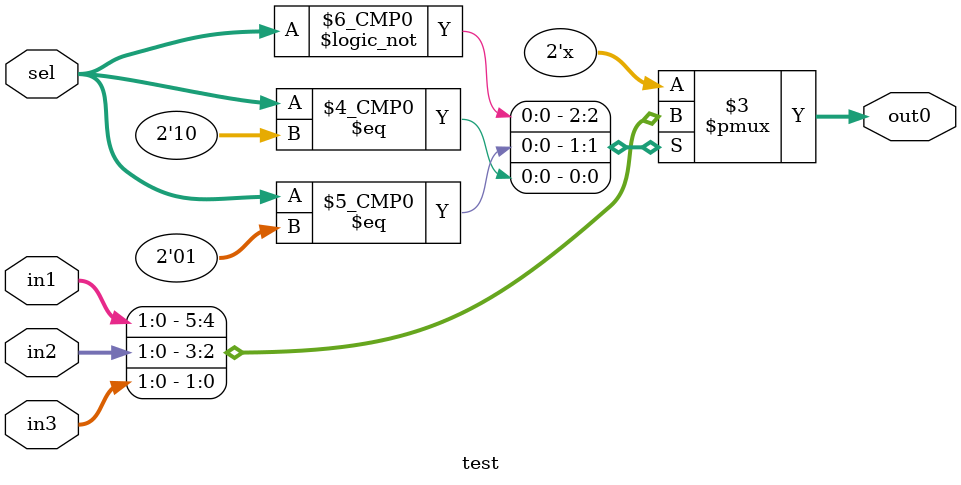
<source format=v>
module test (out0, in1, in2, in3, sel);
 input [1:0] in1, in2, in3, sel;
 output [1:0] out0;
 reg [1:0] out0;
 always @(in1 or in2 or sel)
   case (sel) //warning
    2'b00: out0 = in1;
    2'b01: out0 = in2;
    2'b10: out0 = in3;
   endcase
endmodule


</source>
